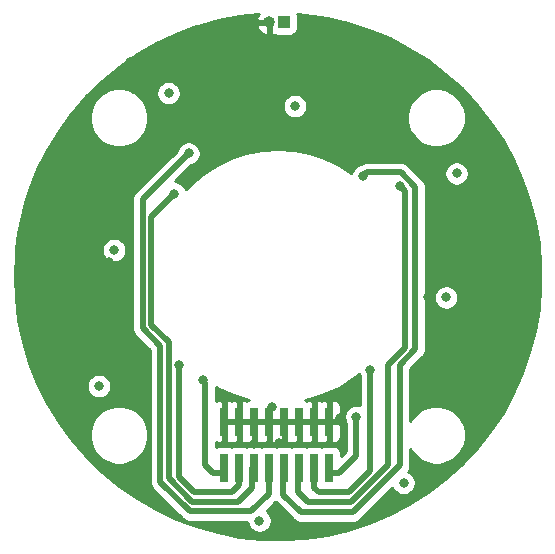
<source format=gbr>
%TF.GenerationSoftware,KiCad,Pcbnew,5.1.7-a382d34a8~87~ubuntu20.04.1*%
%TF.CreationDate,2021-02-25T10:09:00+00:00*%
%TF.ProjectId,UFOPulse,55464f50-756c-4736-952e-6b696361645f,rev?*%
%TF.SameCoordinates,Original*%
%TF.FileFunction,Copper,L4,Bot*%
%TF.FilePolarity,Positive*%
%FSLAX46Y46*%
G04 Gerber Fmt 4.6, Leading zero omitted, Abs format (unit mm)*
G04 Created by KiCad (PCBNEW 5.1.7-a382d34a8~87~ubuntu20.04.1) date 2021-02-25 10:09:00*
%MOMM*%
%LPD*%
G01*
G04 APERTURE LIST*
%TA.AperFunction,ComponentPad*%
%ADD10O,1.000000X1.000000*%
%TD*%
%TA.AperFunction,ComponentPad*%
%ADD11R,1.000000X1.000000*%
%TD*%
%TA.AperFunction,SMDPad,CuDef*%
%ADD12R,0.740000X2.400000*%
%TD*%
%TA.AperFunction,ViaPad*%
%ADD13C,0.800000*%
%TD*%
%TA.AperFunction,Conductor*%
%ADD14C,0.500000*%
%TD*%
%TA.AperFunction,Conductor*%
%ADD15C,0.254000*%
%TD*%
%TA.AperFunction,Conductor*%
%ADD16C,0.100000*%
%TD*%
G04 APERTURE END LIST*
D10*
%TO.P,J10,2*%
%TO.N,GND*%
X139830000Y-83600000D03*
D11*
%TO.P,J10,1*%
%TO.N,VCC*%
X141100000Y-83600000D03*
%TD*%
D12*
%TO.P,J9,16*%
%TO.N,TRIG7*%
X144890000Y-121300000D03*
%TO.P,J9,15*%
%TO.N,GND*%
X144890000Y-117400000D03*
%TO.P,J9,14*%
%TO.N,TRIG6*%
X143620000Y-121300000D03*
%TO.P,J9,13*%
%TO.N,GND*%
X143620000Y-117400000D03*
%TO.P,J9,12*%
%TO.N,TRIG5*%
X142350000Y-121300000D03*
%TO.P,J9,11*%
%TO.N,GND*%
X142350000Y-117400000D03*
%TO.P,J9,10*%
%TO.N,TRIG4*%
X141080000Y-121300000D03*
%TO.P,J9,9*%
%TO.N,GND*%
X141080000Y-117400000D03*
%TO.P,J9,8*%
%TO.N,TRIG3*%
X139810000Y-121300000D03*
%TO.P,J9,7*%
%TO.N,GND*%
X139810000Y-117400000D03*
%TO.P,J9,6*%
%TO.N,TRIG2*%
X138540000Y-121300000D03*
%TO.P,J9,5*%
%TO.N,GND*%
X138540000Y-117400000D03*
%TO.P,J9,4*%
%TO.N,TRIG1*%
X137270000Y-121300000D03*
%TO.P,J9,3*%
%TO.N,GND*%
X137270000Y-117400000D03*
%TO.P,J9,2*%
%TO.N,TRIG0*%
X136000000Y-121300000D03*
%TO.P,J9,1*%
%TO.N,GND*%
X136000000Y-117400000D03*
%TD*%
D13*
%TO.N,GND*%
X126300000Y-103900000D03*
X160500000Y-96300000D03*
X128000000Y-87000000D03*
X118800000Y-104900000D03*
X145800000Y-117100000D03*
X153300000Y-106900000D03*
X123000000Y-118300000D03*
X156100000Y-120600000D03*
X140100000Y-116200000D03*
X138500000Y-119300000D03*
X140650000Y-119250000D03*
X121600000Y-114300000D03*
X123700000Y-115800000D03*
X128400000Y-122200000D03*
X130500000Y-124200000D03*
X141800000Y-126800000D03*
X140500000Y-126700000D03*
X150200000Y-124700000D03*
X153800000Y-122300000D03*
X157800000Y-118500000D03*
X159200000Y-116300000D03*
X160700000Y-113300000D03*
X157500000Y-116500000D03*
X159500000Y-103700000D03*
X159600000Y-105800000D03*
X161600000Y-103800000D03*
X161700000Y-105900000D03*
X157500000Y-92300000D03*
X159900000Y-95200000D03*
X157500000Y-94700000D03*
X148900000Y-85100000D03*
X151900000Y-86600000D03*
X154600000Y-88400000D03*
X130600000Y-85700000D03*
X129700000Y-88000000D03*
X125500000Y-89300000D03*
X122800000Y-92300000D03*
X121100000Y-95300000D03*
X123000000Y-94100000D03*
X130200000Y-94200000D03*
X129400000Y-115300000D03*
X120300000Y-103800000D03*
X120400000Y-106000000D03*
X121900000Y-104800000D03*
%TO.N,TRIG1*%
X132200000Y-112600000D03*
%TO.N,TRIG3*%
X133000000Y-94700000D03*
%TO.N,TRIG5*%
X150900000Y-97500000D03*
%TO.N,TRIG7*%
X147200000Y-117000000D03*
%TO.N,TRIG0*%
X134200000Y-113900000D03*
%TO.N,TRIG2*%
X131800000Y-98100000D03*
%TO.N,TRIG4*%
X147800000Y-96600000D03*
%TO.N,TRIG6*%
X148400000Y-113000000D03*
%TO.N,VCC*%
X125400000Y-114400000D03*
X126700000Y-102900000D03*
X131300000Y-89600000D03*
X142000000Y-90700000D03*
X155700000Y-96400000D03*
X154800000Y-106900000D03*
X151200000Y-122600000D03*
X139001042Y-125801040D03*
%TD*%
D14*
%TO.N,TRIG1*%
X132200000Y-122100000D02*
X132200000Y-112600000D01*
X133500000Y-123400000D02*
X132200000Y-122100000D01*
X136700000Y-123400000D02*
X133500000Y-123400000D01*
X137300000Y-122800000D02*
X136700000Y-123400000D01*
X137300000Y-121500000D02*
X137300000Y-122800000D01*
%TO.N,TRIG3*%
X130600000Y-111000000D02*
X129100000Y-109500000D01*
X129100000Y-109500000D02*
X129100000Y-98600000D01*
X130600000Y-122500000D02*
X130600000Y-111000000D01*
X133100000Y-125000000D02*
X130600000Y-122500000D01*
X138300000Y-125000000D02*
X133100000Y-125000000D01*
X129100000Y-98600000D02*
X133000000Y-94700000D01*
X139800000Y-123500000D02*
X138300000Y-125000000D01*
X139800000Y-121300000D02*
X139800000Y-123500000D01*
%TO.N,TRIG5*%
X151300000Y-111200000D02*
X151300000Y-97900000D01*
X149900000Y-112600000D02*
X151300000Y-111200000D01*
X146764964Y-124200000D02*
X149900000Y-121064964D01*
X143100000Y-124200000D02*
X146764964Y-124200000D01*
X149900000Y-121064964D02*
X149900000Y-112600000D01*
X142300000Y-123400000D02*
X143100000Y-124200000D01*
X151300000Y-97900000D02*
X150900000Y-97500000D01*
X142300000Y-121600000D02*
X142300000Y-123400000D01*
%TO.N,TRIG7*%
X145700000Y-121800000D02*
X147200000Y-120300000D01*
X147200000Y-120300000D02*
X147200000Y-117000000D01*
X144900000Y-121800000D02*
X145700000Y-121800000D01*
%TO.N,TRIG0*%
X134400000Y-114100000D02*
X134200000Y-113900000D01*
X134400000Y-121100000D02*
X134400000Y-114100000D01*
X135100000Y-121800000D02*
X134400000Y-121100000D01*
X136000000Y-121800000D02*
X135100000Y-121800000D01*
%TO.N,TRIG2*%
X131400001Y-98499999D02*
X131800000Y-98100000D01*
X129800000Y-100100000D02*
X131400001Y-98499999D01*
X131300011Y-110700011D02*
X129800000Y-109200000D01*
X131300011Y-122200011D02*
X131300011Y-110700011D01*
X133300000Y-124200000D02*
X131300011Y-122200011D01*
X137200000Y-124200000D02*
X133300000Y-124200000D01*
X138400000Y-123000000D02*
X137200000Y-124200000D01*
X129800000Y-109200000D02*
X129800000Y-100100000D01*
X138400000Y-121300000D02*
X138400000Y-123000000D01*
%TO.N,TRIG4*%
X148100000Y-96300000D02*
X147800000Y-96600000D01*
X150958002Y-96300000D02*
X148100000Y-96300000D01*
X152200000Y-97541998D02*
X150958002Y-96300000D01*
X152200000Y-111289963D02*
X152200000Y-97541998D01*
X150900000Y-112589963D02*
X152200000Y-111289963D01*
X150900000Y-121100000D02*
X150900000Y-112589963D01*
X146900000Y-125100000D02*
X150900000Y-121100000D01*
X142500000Y-125100000D02*
X146900000Y-125100000D01*
X141000000Y-123600000D02*
X142500000Y-125100000D01*
X141000000Y-121500000D02*
X141000000Y-123600000D01*
%TO.N,TRIG6*%
X146575002Y-123400000D02*
X148400000Y-121575002D01*
X144000000Y-123400000D02*
X146575002Y-123400000D01*
X148400000Y-121575002D02*
X148400000Y-113000000D01*
X143600000Y-123000000D02*
X144000000Y-123400000D01*
X143600000Y-121800000D02*
X143600000Y-123000000D01*
X143500000Y-121700000D02*
X143600000Y-121800000D01*
%TD*%
D15*
%TO.N,GND*%
X138815790Y-83090471D02*
X138735874Y-83298124D01*
X138860871Y-83473000D01*
X139703000Y-83473000D01*
X139703000Y-83453000D01*
X139957000Y-83453000D01*
X139957000Y-83473000D01*
X139961928Y-83473000D01*
X139961928Y-83727000D01*
X139957000Y-83727000D01*
X139957000Y-84567954D01*
X140131874Y-84694119D01*
X140186864Y-84677446D01*
X140266820Y-84641930D01*
X140355820Y-84689502D01*
X140475518Y-84725812D01*
X140600000Y-84738072D01*
X141600000Y-84738072D01*
X141724482Y-84725812D01*
X141844180Y-84689502D01*
X141954494Y-84630537D01*
X142051185Y-84551185D01*
X142130537Y-84454494D01*
X142189502Y-84344180D01*
X142225812Y-84224482D01*
X142238072Y-84100000D01*
X142238072Y-83100000D01*
X142225812Y-82975518D01*
X142211146Y-82927169D01*
X142871987Y-82968746D01*
X144716706Y-83241150D01*
X146532161Y-83666961D01*
X148305617Y-84243192D01*
X150024637Y-84965802D01*
X151677161Y-85829720D01*
X153251598Y-86828889D01*
X154736905Y-87956298D01*
X156122665Y-89204042D01*
X157399155Y-90563366D01*
X158557424Y-92024737D01*
X159589345Y-93577904D01*
X160487682Y-95211973D01*
X161246134Y-96915482D01*
X161859379Y-98676482D01*
X162323116Y-100482621D01*
X162634094Y-102321231D01*
X162790130Y-104179414D01*
X162790130Y-106044136D01*
X162634094Y-107902319D01*
X162323116Y-109740929D01*
X161859379Y-111547068D01*
X161246134Y-113308068D01*
X160487682Y-115011577D01*
X159589345Y-116645646D01*
X158557424Y-118198813D01*
X157399155Y-119660184D01*
X156122665Y-121019508D01*
X154736905Y-122267252D01*
X153251598Y-123394661D01*
X151677161Y-124393830D01*
X150024637Y-125257748D01*
X148305617Y-125980358D01*
X146532161Y-126556589D01*
X144716706Y-126982400D01*
X142871987Y-127254804D01*
X141010944Y-127371891D01*
X139146630Y-127332839D01*
X137292123Y-127137923D01*
X135460429Y-126788508D01*
X133664398Y-126287047D01*
X131916627Y-125637057D01*
X130229375Y-124843097D01*
X128614478Y-123910735D01*
X127083262Y-122846513D01*
X125646469Y-121657894D01*
X124314175Y-120353216D01*
X123095727Y-118941630D01*
X122630479Y-118301271D01*
X124616692Y-118301271D01*
X124616692Y-118792337D01*
X124712495Y-119273968D01*
X124900417Y-119727654D01*
X125173239Y-120135960D01*
X125520476Y-120483197D01*
X125928782Y-120756019D01*
X126382468Y-120943941D01*
X126864099Y-121039744D01*
X127355165Y-121039744D01*
X127836796Y-120943941D01*
X128290482Y-120756019D01*
X128698788Y-120483197D01*
X129046025Y-120135960D01*
X129318847Y-119727654D01*
X129506769Y-119273968D01*
X129602572Y-118792337D01*
X129602572Y-118301271D01*
X129506769Y-117819640D01*
X129318847Y-117365954D01*
X129046025Y-116957648D01*
X128698788Y-116610411D01*
X128290482Y-116337589D01*
X127836796Y-116149667D01*
X127355165Y-116053864D01*
X126864099Y-116053864D01*
X126382468Y-116149667D01*
X125928782Y-116337589D01*
X125520476Y-116610411D01*
X125173239Y-116957648D01*
X124900417Y-117365954D01*
X124712495Y-117819640D01*
X124616692Y-118301271D01*
X122630479Y-118301271D01*
X121999670Y-117433037D01*
X121033694Y-115838020D01*
X120269252Y-114298061D01*
X124365000Y-114298061D01*
X124365000Y-114501939D01*
X124404774Y-114701898D01*
X124482795Y-114890256D01*
X124596063Y-115059774D01*
X124740226Y-115203937D01*
X124909744Y-115317205D01*
X125098102Y-115395226D01*
X125298061Y-115435000D01*
X125501939Y-115435000D01*
X125701898Y-115395226D01*
X125890256Y-115317205D01*
X126059774Y-115203937D01*
X126203937Y-115059774D01*
X126317205Y-114890256D01*
X126395226Y-114701898D01*
X126435000Y-114501939D01*
X126435000Y-114298061D01*
X126395226Y-114098102D01*
X126317205Y-113909744D01*
X126203937Y-113740226D01*
X126059774Y-113596063D01*
X125890256Y-113482795D01*
X125701898Y-113404774D01*
X125501939Y-113365000D01*
X125298061Y-113365000D01*
X125098102Y-113404774D01*
X124909744Y-113482795D01*
X124740226Y-113596063D01*
X124596063Y-113740226D01*
X124482795Y-113909744D01*
X124404774Y-114098102D01*
X124365000Y-114298061D01*
X120269252Y-114298061D01*
X120204572Y-114167766D01*
X119518122Y-112433991D01*
X118979158Y-110648855D01*
X118591460Y-108824881D01*
X118357748Y-106974862D01*
X118279662Y-105111775D01*
X118357748Y-103248688D01*
X118414675Y-102798061D01*
X125665000Y-102798061D01*
X125665000Y-103001939D01*
X125704774Y-103201898D01*
X125782795Y-103390256D01*
X125896063Y-103559774D01*
X126040226Y-103703937D01*
X126209744Y-103817205D01*
X126398102Y-103895226D01*
X126598061Y-103935000D01*
X126801939Y-103935000D01*
X127001898Y-103895226D01*
X127190256Y-103817205D01*
X127359774Y-103703937D01*
X127503937Y-103559774D01*
X127617205Y-103390256D01*
X127695226Y-103201898D01*
X127735000Y-103001939D01*
X127735000Y-102798061D01*
X127695226Y-102598102D01*
X127617205Y-102409744D01*
X127503937Y-102240226D01*
X127359774Y-102096063D01*
X127190256Y-101982795D01*
X127001898Y-101904774D01*
X126801939Y-101865000D01*
X126598061Y-101865000D01*
X126398102Y-101904774D01*
X126209744Y-101982795D01*
X126040226Y-102096063D01*
X125896063Y-102240226D01*
X125782795Y-102409744D01*
X125704774Y-102598102D01*
X125665000Y-102798061D01*
X118414675Y-102798061D01*
X118591460Y-101398669D01*
X118979158Y-99574695D01*
X119273435Y-98600000D01*
X128210719Y-98600000D01*
X128215001Y-98643479D01*
X128215000Y-109456531D01*
X128210719Y-109500000D01*
X128215000Y-109543469D01*
X128215000Y-109543476D01*
X128226212Y-109657314D01*
X128227805Y-109673490D01*
X128234045Y-109694059D01*
X128278411Y-109840312D01*
X128360589Y-109994058D01*
X128471183Y-110128817D01*
X128504956Y-110156534D01*
X129715001Y-111366580D01*
X129715000Y-122456531D01*
X129710719Y-122500000D01*
X129715000Y-122543469D01*
X129715000Y-122543476D01*
X129722978Y-122624482D01*
X129727805Y-122673490D01*
X129734048Y-122694069D01*
X129778411Y-122840312D01*
X129860589Y-122994058D01*
X129971183Y-123128817D01*
X130004956Y-123156534D01*
X132443470Y-125595049D01*
X132471183Y-125628817D01*
X132504951Y-125656530D01*
X132504953Y-125656532D01*
X132593032Y-125728817D01*
X132605941Y-125739411D01*
X132759687Y-125821589D01*
X132926510Y-125872195D01*
X133056523Y-125885000D01*
X133056531Y-125885000D01*
X133100000Y-125889281D01*
X133143469Y-125885000D01*
X137966042Y-125885000D01*
X137966042Y-125902979D01*
X138005816Y-126102938D01*
X138083837Y-126291296D01*
X138197105Y-126460814D01*
X138341268Y-126604977D01*
X138510786Y-126718245D01*
X138699144Y-126796266D01*
X138899103Y-126836040D01*
X139102981Y-126836040D01*
X139302940Y-126796266D01*
X139491298Y-126718245D01*
X139660816Y-126604977D01*
X139804979Y-126460814D01*
X139918247Y-126291296D01*
X139996268Y-126102938D01*
X140036042Y-125902979D01*
X140036042Y-125699101D01*
X139996268Y-125499142D01*
X139918247Y-125310784D01*
X139804979Y-125141266D01*
X139660816Y-124997103D01*
X139597069Y-124954509D01*
X140349357Y-124202221D01*
X140371184Y-124228817D01*
X140404951Y-124256529D01*
X141843470Y-125695049D01*
X141871183Y-125728817D01*
X141904951Y-125756530D01*
X141904953Y-125756532D01*
X141976452Y-125815210D01*
X142005941Y-125839411D01*
X142159687Y-125921589D01*
X142326510Y-125972195D01*
X142456523Y-125985000D01*
X142456533Y-125985000D01*
X142499999Y-125989281D01*
X142543465Y-125985000D01*
X146856531Y-125985000D01*
X146900000Y-125989281D01*
X146943469Y-125985000D01*
X146943477Y-125985000D01*
X147073490Y-125972195D01*
X147240313Y-125921589D01*
X147394059Y-125839411D01*
X147528817Y-125728817D01*
X147556534Y-125695044D01*
X150247216Y-123004362D01*
X150282795Y-123090256D01*
X150396063Y-123259774D01*
X150540226Y-123403937D01*
X150709744Y-123517205D01*
X150898102Y-123595226D01*
X151098061Y-123635000D01*
X151301939Y-123635000D01*
X151501898Y-123595226D01*
X151690256Y-123517205D01*
X151859774Y-123403937D01*
X152003937Y-123259774D01*
X152117205Y-123090256D01*
X152195226Y-122901898D01*
X152235000Y-122701939D01*
X152235000Y-122498061D01*
X152195226Y-122298102D01*
X152117205Y-122109744D01*
X152003937Y-121940226D01*
X151859774Y-121796063D01*
X151690256Y-121682795D01*
X151597961Y-121644565D01*
X151639410Y-121594060D01*
X151639411Y-121594059D01*
X151721589Y-121440313D01*
X151772195Y-121273490D01*
X151785000Y-121143477D01*
X151785000Y-121143467D01*
X151789281Y-121100001D01*
X151785000Y-121056535D01*
X151785000Y-119749386D01*
X152043300Y-120135959D01*
X152390535Y-120483194D01*
X152798842Y-120756016D01*
X153252527Y-120943939D01*
X153734157Y-121039741D01*
X154225223Y-121039741D01*
X154706853Y-120943939D01*
X155160538Y-120756016D01*
X155568845Y-120483194D01*
X155916080Y-120135959D01*
X156188902Y-119727652D01*
X156376825Y-119273967D01*
X156472627Y-118792337D01*
X156472627Y-118301271D01*
X156376825Y-117819641D01*
X156188902Y-117365956D01*
X155916080Y-116957649D01*
X155568845Y-116610414D01*
X155160538Y-116337592D01*
X154706853Y-116149669D01*
X154225223Y-116053867D01*
X153734157Y-116053867D01*
X153252527Y-116149669D01*
X152798842Y-116337592D01*
X152390535Y-116610414D01*
X152043300Y-116957649D01*
X151785000Y-117344222D01*
X151785000Y-112956541D01*
X152795050Y-111946492D01*
X152828817Y-111918780D01*
X152867050Y-111872194D01*
X152939411Y-111784022D01*
X153021589Y-111630277D01*
X153072195Y-111463453D01*
X153081055Y-111373490D01*
X153085000Y-111333440D01*
X153085000Y-111333432D01*
X153089281Y-111289963D01*
X153085000Y-111246494D01*
X153085000Y-106798061D01*
X153765000Y-106798061D01*
X153765000Y-107001939D01*
X153804774Y-107201898D01*
X153882795Y-107390256D01*
X153996063Y-107559774D01*
X154140226Y-107703937D01*
X154309744Y-107817205D01*
X154498102Y-107895226D01*
X154698061Y-107935000D01*
X154901939Y-107935000D01*
X155101898Y-107895226D01*
X155290256Y-107817205D01*
X155459774Y-107703937D01*
X155603937Y-107559774D01*
X155717205Y-107390256D01*
X155795226Y-107201898D01*
X155835000Y-107001939D01*
X155835000Y-106798061D01*
X155795226Y-106598102D01*
X155717205Y-106409744D01*
X155603937Y-106240226D01*
X155459774Y-106096063D01*
X155290256Y-105982795D01*
X155101898Y-105904774D01*
X154901939Y-105865000D01*
X154698061Y-105865000D01*
X154498102Y-105904774D01*
X154309744Y-105982795D01*
X154140226Y-106096063D01*
X153996063Y-106240226D01*
X153882795Y-106409744D01*
X153804774Y-106598102D01*
X153765000Y-106798061D01*
X153085000Y-106798061D01*
X153085000Y-97585463D01*
X153089281Y-97541997D01*
X153085000Y-97498531D01*
X153085000Y-97498521D01*
X153072195Y-97368508D01*
X153021589Y-97201685D01*
X152939411Y-97047939D01*
X152828817Y-96913181D01*
X152795049Y-96885468D01*
X152207642Y-96298061D01*
X154665000Y-96298061D01*
X154665000Y-96501939D01*
X154704774Y-96701898D01*
X154782795Y-96890256D01*
X154896063Y-97059774D01*
X155040226Y-97203937D01*
X155209744Y-97317205D01*
X155398102Y-97395226D01*
X155598061Y-97435000D01*
X155801939Y-97435000D01*
X156001898Y-97395226D01*
X156190256Y-97317205D01*
X156359774Y-97203937D01*
X156503937Y-97059774D01*
X156617205Y-96890256D01*
X156695226Y-96701898D01*
X156735000Y-96501939D01*
X156735000Y-96298061D01*
X156695226Y-96098102D01*
X156617205Y-95909744D01*
X156503937Y-95740226D01*
X156359774Y-95596063D01*
X156190256Y-95482795D01*
X156001898Y-95404774D01*
X155801939Y-95365000D01*
X155598061Y-95365000D01*
X155398102Y-95404774D01*
X155209744Y-95482795D01*
X155040226Y-95596063D01*
X154896063Y-95740226D01*
X154782795Y-95909744D01*
X154704774Y-96098102D01*
X154665000Y-96298061D01*
X152207642Y-96298061D01*
X151614536Y-95704956D01*
X151586819Y-95671183D01*
X151452061Y-95560589D01*
X151298315Y-95478411D01*
X151131492Y-95427805D01*
X151001479Y-95415000D01*
X151001471Y-95415000D01*
X150958002Y-95410719D01*
X150914533Y-95415000D01*
X148143466Y-95415000D01*
X148099999Y-95410719D01*
X148056533Y-95415000D01*
X148056523Y-95415000D01*
X147926510Y-95427805D01*
X147759687Y-95478411D01*
X147605941Y-95560589D01*
X147569377Y-95590597D01*
X147498102Y-95604774D01*
X147309744Y-95682795D01*
X147140226Y-95796063D01*
X146996063Y-95940226D01*
X146882795Y-96109744D01*
X146804774Y-96298102D01*
X146791765Y-96363503D01*
X145725921Y-95687098D01*
X144503840Y-95112030D01*
X143219320Y-94694664D01*
X141892620Y-94441582D01*
X140544661Y-94356776D01*
X139196702Y-94441582D01*
X137870002Y-94694664D01*
X136585482Y-95112030D01*
X135363401Y-95687098D01*
X134223031Y-96410798D01*
X133182358Y-97271718D01*
X132762421Y-97718905D01*
X132717205Y-97609744D01*
X132603937Y-97440226D01*
X132459774Y-97296063D01*
X132290256Y-97182795D01*
X132101898Y-97104774D01*
X131901939Y-97065000D01*
X131886579Y-97065000D01*
X133245044Y-95706535D01*
X133301898Y-95695226D01*
X133490256Y-95617205D01*
X133659774Y-95503937D01*
X133803937Y-95359774D01*
X133917205Y-95190256D01*
X133995226Y-95001898D01*
X134035000Y-94801939D01*
X134035000Y-94598061D01*
X133995226Y-94398102D01*
X133917205Y-94209744D01*
X133803937Y-94040226D01*
X133659774Y-93896063D01*
X133490256Y-93782795D01*
X133301898Y-93704774D01*
X133101939Y-93665000D01*
X132898061Y-93665000D01*
X132698102Y-93704774D01*
X132509744Y-93782795D01*
X132340226Y-93896063D01*
X132196063Y-94040226D01*
X132082795Y-94209744D01*
X132004774Y-94398102D01*
X131993465Y-94454956D01*
X128504951Y-97943470D01*
X128471184Y-97971183D01*
X128443471Y-98004951D01*
X128443468Y-98004954D01*
X128360590Y-98105941D01*
X128278412Y-98259687D01*
X128227805Y-98426510D01*
X128210719Y-98600000D01*
X119273435Y-98600000D01*
X119518122Y-97789559D01*
X120204572Y-96055784D01*
X121033694Y-94385530D01*
X121999670Y-92790513D01*
X122987259Y-91431213D01*
X124616695Y-91431213D01*
X124616695Y-91922279D01*
X124712497Y-92403909D01*
X124900420Y-92857594D01*
X125173242Y-93265901D01*
X125520477Y-93613136D01*
X125928784Y-93885958D01*
X126382469Y-94073881D01*
X126864099Y-94169683D01*
X127355165Y-94169683D01*
X127836795Y-94073881D01*
X128290480Y-93885958D01*
X128698787Y-93613136D01*
X129046022Y-93265901D01*
X129318844Y-92857594D01*
X129506767Y-92403909D01*
X129602569Y-91922279D01*
X129602569Y-91431213D01*
X129506767Y-90949583D01*
X129318844Y-90495898D01*
X129046022Y-90087591D01*
X128698787Y-89740356D01*
X128336167Y-89498061D01*
X130265000Y-89498061D01*
X130265000Y-89701939D01*
X130304774Y-89901898D01*
X130382795Y-90090256D01*
X130496063Y-90259774D01*
X130640226Y-90403937D01*
X130809744Y-90517205D01*
X130998102Y-90595226D01*
X131198061Y-90635000D01*
X131401939Y-90635000D01*
X131587645Y-90598061D01*
X140965000Y-90598061D01*
X140965000Y-90801939D01*
X141004774Y-91001898D01*
X141082795Y-91190256D01*
X141196063Y-91359774D01*
X141340226Y-91503937D01*
X141509744Y-91617205D01*
X141698102Y-91695226D01*
X141898061Y-91735000D01*
X142101939Y-91735000D01*
X142301898Y-91695226D01*
X142490256Y-91617205D01*
X142659774Y-91503937D01*
X142732498Y-91431213D01*
X151486752Y-91431213D01*
X151486752Y-91922279D01*
X151582554Y-92403909D01*
X151770477Y-92857595D01*
X152043299Y-93265901D01*
X152390535Y-93613137D01*
X152798841Y-93885959D01*
X153252527Y-94073882D01*
X153734157Y-94169684D01*
X154225223Y-94169684D01*
X154706853Y-94073882D01*
X155160539Y-93885959D01*
X155568845Y-93613137D01*
X155916081Y-93265901D01*
X156188903Y-92857595D01*
X156376826Y-92403909D01*
X156472628Y-91922279D01*
X156472628Y-91431213D01*
X156376826Y-90949583D01*
X156188903Y-90495897D01*
X155916081Y-90087591D01*
X155568845Y-89740355D01*
X155160539Y-89467533D01*
X154706853Y-89279610D01*
X154225223Y-89183808D01*
X153734157Y-89183808D01*
X153252527Y-89279610D01*
X152798841Y-89467533D01*
X152390535Y-89740355D01*
X152043299Y-90087591D01*
X151770477Y-90495897D01*
X151582554Y-90949583D01*
X151486752Y-91431213D01*
X142732498Y-91431213D01*
X142803937Y-91359774D01*
X142917205Y-91190256D01*
X142995226Y-91001898D01*
X143035000Y-90801939D01*
X143035000Y-90598061D01*
X142995226Y-90398102D01*
X142917205Y-90209744D01*
X142803937Y-90040226D01*
X142659774Y-89896063D01*
X142490256Y-89782795D01*
X142301898Y-89704774D01*
X142101939Y-89665000D01*
X141898061Y-89665000D01*
X141698102Y-89704774D01*
X141509744Y-89782795D01*
X141340226Y-89896063D01*
X141196063Y-90040226D01*
X141082795Y-90209744D01*
X141004774Y-90398102D01*
X140965000Y-90598061D01*
X131587645Y-90598061D01*
X131601898Y-90595226D01*
X131790256Y-90517205D01*
X131959774Y-90403937D01*
X132103937Y-90259774D01*
X132217205Y-90090256D01*
X132295226Y-89901898D01*
X132335000Y-89701939D01*
X132335000Y-89498061D01*
X132295226Y-89298102D01*
X132217205Y-89109744D01*
X132103937Y-88940226D01*
X131959774Y-88796063D01*
X131790256Y-88682795D01*
X131601898Y-88604774D01*
X131401939Y-88565000D01*
X131198061Y-88565000D01*
X130998102Y-88604774D01*
X130809744Y-88682795D01*
X130640226Y-88796063D01*
X130496063Y-88940226D01*
X130382795Y-89109744D01*
X130304774Y-89298102D01*
X130265000Y-89498061D01*
X128336167Y-89498061D01*
X128290480Y-89467534D01*
X127836795Y-89279611D01*
X127355165Y-89183809D01*
X126864099Y-89183809D01*
X126382469Y-89279611D01*
X125928784Y-89467534D01*
X125520477Y-89740356D01*
X125173242Y-90087591D01*
X124900420Y-90495898D01*
X124712497Y-90949583D01*
X124616695Y-91431213D01*
X122987259Y-91431213D01*
X123095727Y-91281920D01*
X124314175Y-89870334D01*
X125646469Y-88565656D01*
X127083262Y-87377037D01*
X128614478Y-86312815D01*
X130229375Y-85380453D01*
X131916627Y-84586493D01*
X133664398Y-83936503D01*
X133788417Y-83901876D01*
X138735874Y-83901876D01*
X138815790Y-84109529D01*
X138934682Y-84297601D01*
X139087980Y-84458865D01*
X139269794Y-84587123D01*
X139473136Y-84677446D01*
X139528126Y-84694119D01*
X139703000Y-84567954D01*
X139703000Y-83727000D01*
X138860871Y-83727000D01*
X138735874Y-83901876D01*
X133788417Y-83901876D01*
X135460429Y-83435042D01*
X137292123Y-83085627D01*
X138927512Y-82913741D01*
X138815790Y-83090471D01*
%TA.AperFunction,Conductor*%
D16*
G36*
X138815790Y-83090471D02*
G01*
X138735874Y-83298124D01*
X138860871Y-83473000D01*
X139703000Y-83473000D01*
X139703000Y-83453000D01*
X139957000Y-83453000D01*
X139957000Y-83473000D01*
X139961928Y-83473000D01*
X139961928Y-83727000D01*
X139957000Y-83727000D01*
X139957000Y-84567954D01*
X140131874Y-84694119D01*
X140186864Y-84677446D01*
X140266820Y-84641930D01*
X140355820Y-84689502D01*
X140475518Y-84725812D01*
X140600000Y-84738072D01*
X141600000Y-84738072D01*
X141724482Y-84725812D01*
X141844180Y-84689502D01*
X141954494Y-84630537D01*
X142051185Y-84551185D01*
X142130537Y-84454494D01*
X142189502Y-84344180D01*
X142225812Y-84224482D01*
X142238072Y-84100000D01*
X142238072Y-83100000D01*
X142225812Y-82975518D01*
X142211146Y-82927169D01*
X142871987Y-82968746D01*
X144716706Y-83241150D01*
X146532161Y-83666961D01*
X148305617Y-84243192D01*
X150024637Y-84965802D01*
X151677161Y-85829720D01*
X153251598Y-86828889D01*
X154736905Y-87956298D01*
X156122665Y-89204042D01*
X157399155Y-90563366D01*
X158557424Y-92024737D01*
X159589345Y-93577904D01*
X160487682Y-95211973D01*
X161246134Y-96915482D01*
X161859379Y-98676482D01*
X162323116Y-100482621D01*
X162634094Y-102321231D01*
X162790130Y-104179414D01*
X162790130Y-106044136D01*
X162634094Y-107902319D01*
X162323116Y-109740929D01*
X161859379Y-111547068D01*
X161246134Y-113308068D01*
X160487682Y-115011577D01*
X159589345Y-116645646D01*
X158557424Y-118198813D01*
X157399155Y-119660184D01*
X156122665Y-121019508D01*
X154736905Y-122267252D01*
X153251598Y-123394661D01*
X151677161Y-124393830D01*
X150024637Y-125257748D01*
X148305617Y-125980358D01*
X146532161Y-126556589D01*
X144716706Y-126982400D01*
X142871987Y-127254804D01*
X141010944Y-127371891D01*
X139146630Y-127332839D01*
X137292123Y-127137923D01*
X135460429Y-126788508D01*
X133664398Y-126287047D01*
X131916627Y-125637057D01*
X130229375Y-124843097D01*
X128614478Y-123910735D01*
X127083262Y-122846513D01*
X125646469Y-121657894D01*
X124314175Y-120353216D01*
X123095727Y-118941630D01*
X122630479Y-118301271D01*
X124616692Y-118301271D01*
X124616692Y-118792337D01*
X124712495Y-119273968D01*
X124900417Y-119727654D01*
X125173239Y-120135960D01*
X125520476Y-120483197D01*
X125928782Y-120756019D01*
X126382468Y-120943941D01*
X126864099Y-121039744D01*
X127355165Y-121039744D01*
X127836796Y-120943941D01*
X128290482Y-120756019D01*
X128698788Y-120483197D01*
X129046025Y-120135960D01*
X129318847Y-119727654D01*
X129506769Y-119273968D01*
X129602572Y-118792337D01*
X129602572Y-118301271D01*
X129506769Y-117819640D01*
X129318847Y-117365954D01*
X129046025Y-116957648D01*
X128698788Y-116610411D01*
X128290482Y-116337589D01*
X127836796Y-116149667D01*
X127355165Y-116053864D01*
X126864099Y-116053864D01*
X126382468Y-116149667D01*
X125928782Y-116337589D01*
X125520476Y-116610411D01*
X125173239Y-116957648D01*
X124900417Y-117365954D01*
X124712495Y-117819640D01*
X124616692Y-118301271D01*
X122630479Y-118301271D01*
X121999670Y-117433037D01*
X121033694Y-115838020D01*
X120269252Y-114298061D01*
X124365000Y-114298061D01*
X124365000Y-114501939D01*
X124404774Y-114701898D01*
X124482795Y-114890256D01*
X124596063Y-115059774D01*
X124740226Y-115203937D01*
X124909744Y-115317205D01*
X125098102Y-115395226D01*
X125298061Y-115435000D01*
X125501939Y-115435000D01*
X125701898Y-115395226D01*
X125890256Y-115317205D01*
X126059774Y-115203937D01*
X126203937Y-115059774D01*
X126317205Y-114890256D01*
X126395226Y-114701898D01*
X126435000Y-114501939D01*
X126435000Y-114298061D01*
X126395226Y-114098102D01*
X126317205Y-113909744D01*
X126203937Y-113740226D01*
X126059774Y-113596063D01*
X125890256Y-113482795D01*
X125701898Y-113404774D01*
X125501939Y-113365000D01*
X125298061Y-113365000D01*
X125098102Y-113404774D01*
X124909744Y-113482795D01*
X124740226Y-113596063D01*
X124596063Y-113740226D01*
X124482795Y-113909744D01*
X124404774Y-114098102D01*
X124365000Y-114298061D01*
X120269252Y-114298061D01*
X120204572Y-114167766D01*
X119518122Y-112433991D01*
X118979158Y-110648855D01*
X118591460Y-108824881D01*
X118357748Y-106974862D01*
X118279662Y-105111775D01*
X118357748Y-103248688D01*
X118414675Y-102798061D01*
X125665000Y-102798061D01*
X125665000Y-103001939D01*
X125704774Y-103201898D01*
X125782795Y-103390256D01*
X125896063Y-103559774D01*
X126040226Y-103703937D01*
X126209744Y-103817205D01*
X126398102Y-103895226D01*
X126598061Y-103935000D01*
X126801939Y-103935000D01*
X127001898Y-103895226D01*
X127190256Y-103817205D01*
X127359774Y-103703937D01*
X127503937Y-103559774D01*
X127617205Y-103390256D01*
X127695226Y-103201898D01*
X127735000Y-103001939D01*
X127735000Y-102798061D01*
X127695226Y-102598102D01*
X127617205Y-102409744D01*
X127503937Y-102240226D01*
X127359774Y-102096063D01*
X127190256Y-101982795D01*
X127001898Y-101904774D01*
X126801939Y-101865000D01*
X126598061Y-101865000D01*
X126398102Y-101904774D01*
X126209744Y-101982795D01*
X126040226Y-102096063D01*
X125896063Y-102240226D01*
X125782795Y-102409744D01*
X125704774Y-102598102D01*
X125665000Y-102798061D01*
X118414675Y-102798061D01*
X118591460Y-101398669D01*
X118979158Y-99574695D01*
X119273435Y-98600000D01*
X128210719Y-98600000D01*
X128215001Y-98643479D01*
X128215000Y-109456531D01*
X128210719Y-109500000D01*
X128215000Y-109543469D01*
X128215000Y-109543476D01*
X128226212Y-109657314D01*
X128227805Y-109673490D01*
X128234045Y-109694059D01*
X128278411Y-109840312D01*
X128360589Y-109994058D01*
X128471183Y-110128817D01*
X128504956Y-110156534D01*
X129715001Y-111366580D01*
X129715000Y-122456531D01*
X129710719Y-122500000D01*
X129715000Y-122543469D01*
X129715000Y-122543476D01*
X129722978Y-122624482D01*
X129727805Y-122673490D01*
X129734048Y-122694069D01*
X129778411Y-122840312D01*
X129860589Y-122994058D01*
X129971183Y-123128817D01*
X130004956Y-123156534D01*
X132443470Y-125595049D01*
X132471183Y-125628817D01*
X132504951Y-125656530D01*
X132504953Y-125656532D01*
X132593032Y-125728817D01*
X132605941Y-125739411D01*
X132759687Y-125821589D01*
X132926510Y-125872195D01*
X133056523Y-125885000D01*
X133056531Y-125885000D01*
X133100000Y-125889281D01*
X133143469Y-125885000D01*
X137966042Y-125885000D01*
X137966042Y-125902979D01*
X138005816Y-126102938D01*
X138083837Y-126291296D01*
X138197105Y-126460814D01*
X138341268Y-126604977D01*
X138510786Y-126718245D01*
X138699144Y-126796266D01*
X138899103Y-126836040D01*
X139102981Y-126836040D01*
X139302940Y-126796266D01*
X139491298Y-126718245D01*
X139660816Y-126604977D01*
X139804979Y-126460814D01*
X139918247Y-126291296D01*
X139996268Y-126102938D01*
X140036042Y-125902979D01*
X140036042Y-125699101D01*
X139996268Y-125499142D01*
X139918247Y-125310784D01*
X139804979Y-125141266D01*
X139660816Y-124997103D01*
X139597069Y-124954509D01*
X140349357Y-124202221D01*
X140371184Y-124228817D01*
X140404951Y-124256529D01*
X141843470Y-125695049D01*
X141871183Y-125728817D01*
X141904951Y-125756530D01*
X141904953Y-125756532D01*
X141976452Y-125815210D01*
X142005941Y-125839411D01*
X142159687Y-125921589D01*
X142326510Y-125972195D01*
X142456523Y-125985000D01*
X142456533Y-125985000D01*
X142499999Y-125989281D01*
X142543465Y-125985000D01*
X146856531Y-125985000D01*
X146900000Y-125989281D01*
X146943469Y-125985000D01*
X146943477Y-125985000D01*
X147073490Y-125972195D01*
X147240313Y-125921589D01*
X147394059Y-125839411D01*
X147528817Y-125728817D01*
X147556534Y-125695044D01*
X150247216Y-123004362D01*
X150282795Y-123090256D01*
X150396063Y-123259774D01*
X150540226Y-123403937D01*
X150709744Y-123517205D01*
X150898102Y-123595226D01*
X151098061Y-123635000D01*
X151301939Y-123635000D01*
X151501898Y-123595226D01*
X151690256Y-123517205D01*
X151859774Y-123403937D01*
X152003937Y-123259774D01*
X152117205Y-123090256D01*
X152195226Y-122901898D01*
X152235000Y-122701939D01*
X152235000Y-122498061D01*
X152195226Y-122298102D01*
X152117205Y-122109744D01*
X152003937Y-121940226D01*
X151859774Y-121796063D01*
X151690256Y-121682795D01*
X151597961Y-121644565D01*
X151639410Y-121594060D01*
X151639411Y-121594059D01*
X151721589Y-121440313D01*
X151772195Y-121273490D01*
X151785000Y-121143477D01*
X151785000Y-121143467D01*
X151789281Y-121100001D01*
X151785000Y-121056535D01*
X151785000Y-119749386D01*
X152043300Y-120135959D01*
X152390535Y-120483194D01*
X152798842Y-120756016D01*
X153252527Y-120943939D01*
X153734157Y-121039741D01*
X154225223Y-121039741D01*
X154706853Y-120943939D01*
X155160538Y-120756016D01*
X155568845Y-120483194D01*
X155916080Y-120135959D01*
X156188902Y-119727652D01*
X156376825Y-119273967D01*
X156472627Y-118792337D01*
X156472627Y-118301271D01*
X156376825Y-117819641D01*
X156188902Y-117365956D01*
X155916080Y-116957649D01*
X155568845Y-116610414D01*
X155160538Y-116337592D01*
X154706853Y-116149669D01*
X154225223Y-116053867D01*
X153734157Y-116053867D01*
X153252527Y-116149669D01*
X152798842Y-116337592D01*
X152390535Y-116610414D01*
X152043300Y-116957649D01*
X151785000Y-117344222D01*
X151785000Y-112956541D01*
X152795050Y-111946492D01*
X152828817Y-111918780D01*
X152867050Y-111872194D01*
X152939411Y-111784022D01*
X153021589Y-111630277D01*
X153072195Y-111463453D01*
X153081055Y-111373490D01*
X153085000Y-111333440D01*
X153085000Y-111333432D01*
X153089281Y-111289963D01*
X153085000Y-111246494D01*
X153085000Y-106798061D01*
X153765000Y-106798061D01*
X153765000Y-107001939D01*
X153804774Y-107201898D01*
X153882795Y-107390256D01*
X153996063Y-107559774D01*
X154140226Y-107703937D01*
X154309744Y-107817205D01*
X154498102Y-107895226D01*
X154698061Y-107935000D01*
X154901939Y-107935000D01*
X155101898Y-107895226D01*
X155290256Y-107817205D01*
X155459774Y-107703937D01*
X155603937Y-107559774D01*
X155717205Y-107390256D01*
X155795226Y-107201898D01*
X155835000Y-107001939D01*
X155835000Y-106798061D01*
X155795226Y-106598102D01*
X155717205Y-106409744D01*
X155603937Y-106240226D01*
X155459774Y-106096063D01*
X155290256Y-105982795D01*
X155101898Y-105904774D01*
X154901939Y-105865000D01*
X154698061Y-105865000D01*
X154498102Y-105904774D01*
X154309744Y-105982795D01*
X154140226Y-106096063D01*
X153996063Y-106240226D01*
X153882795Y-106409744D01*
X153804774Y-106598102D01*
X153765000Y-106798061D01*
X153085000Y-106798061D01*
X153085000Y-97585463D01*
X153089281Y-97541997D01*
X153085000Y-97498531D01*
X153085000Y-97498521D01*
X153072195Y-97368508D01*
X153021589Y-97201685D01*
X152939411Y-97047939D01*
X152828817Y-96913181D01*
X152795049Y-96885468D01*
X152207642Y-96298061D01*
X154665000Y-96298061D01*
X154665000Y-96501939D01*
X154704774Y-96701898D01*
X154782795Y-96890256D01*
X154896063Y-97059774D01*
X155040226Y-97203937D01*
X155209744Y-97317205D01*
X155398102Y-97395226D01*
X155598061Y-97435000D01*
X155801939Y-97435000D01*
X156001898Y-97395226D01*
X156190256Y-97317205D01*
X156359774Y-97203937D01*
X156503937Y-97059774D01*
X156617205Y-96890256D01*
X156695226Y-96701898D01*
X156735000Y-96501939D01*
X156735000Y-96298061D01*
X156695226Y-96098102D01*
X156617205Y-95909744D01*
X156503937Y-95740226D01*
X156359774Y-95596063D01*
X156190256Y-95482795D01*
X156001898Y-95404774D01*
X155801939Y-95365000D01*
X155598061Y-95365000D01*
X155398102Y-95404774D01*
X155209744Y-95482795D01*
X155040226Y-95596063D01*
X154896063Y-95740226D01*
X154782795Y-95909744D01*
X154704774Y-96098102D01*
X154665000Y-96298061D01*
X152207642Y-96298061D01*
X151614536Y-95704956D01*
X151586819Y-95671183D01*
X151452061Y-95560589D01*
X151298315Y-95478411D01*
X151131492Y-95427805D01*
X151001479Y-95415000D01*
X151001471Y-95415000D01*
X150958002Y-95410719D01*
X150914533Y-95415000D01*
X148143466Y-95415000D01*
X148099999Y-95410719D01*
X148056533Y-95415000D01*
X148056523Y-95415000D01*
X147926510Y-95427805D01*
X147759687Y-95478411D01*
X147605941Y-95560589D01*
X147569377Y-95590597D01*
X147498102Y-95604774D01*
X147309744Y-95682795D01*
X147140226Y-95796063D01*
X146996063Y-95940226D01*
X146882795Y-96109744D01*
X146804774Y-96298102D01*
X146791765Y-96363503D01*
X145725921Y-95687098D01*
X144503840Y-95112030D01*
X143219320Y-94694664D01*
X141892620Y-94441582D01*
X140544661Y-94356776D01*
X139196702Y-94441582D01*
X137870002Y-94694664D01*
X136585482Y-95112030D01*
X135363401Y-95687098D01*
X134223031Y-96410798D01*
X133182358Y-97271718D01*
X132762421Y-97718905D01*
X132717205Y-97609744D01*
X132603937Y-97440226D01*
X132459774Y-97296063D01*
X132290256Y-97182795D01*
X132101898Y-97104774D01*
X131901939Y-97065000D01*
X131886579Y-97065000D01*
X133245044Y-95706535D01*
X133301898Y-95695226D01*
X133490256Y-95617205D01*
X133659774Y-95503937D01*
X133803937Y-95359774D01*
X133917205Y-95190256D01*
X133995226Y-95001898D01*
X134035000Y-94801939D01*
X134035000Y-94598061D01*
X133995226Y-94398102D01*
X133917205Y-94209744D01*
X133803937Y-94040226D01*
X133659774Y-93896063D01*
X133490256Y-93782795D01*
X133301898Y-93704774D01*
X133101939Y-93665000D01*
X132898061Y-93665000D01*
X132698102Y-93704774D01*
X132509744Y-93782795D01*
X132340226Y-93896063D01*
X132196063Y-94040226D01*
X132082795Y-94209744D01*
X132004774Y-94398102D01*
X131993465Y-94454956D01*
X128504951Y-97943470D01*
X128471184Y-97971183D01*
X128443471Y-98004951D01*
X128443468Y-98004954D01*
X128360590Y-98105941D01*
X128278412Y-98259687D01*
X128227805Y-98426510D01*
X128210719Y-98600000D01*
X119273435Y-98600000D01*
X119518122Y-97789559D01*
X120204572Y-96055784D01*
X121033694Y-94385530D01*
X121999670Y-92790513D01*
X122987259Y-91431213D01*
X124616695Y-91431213D01*
X124616695Y-91922279D01*
X124712497Y-92403909D01*
X124900420Y-92857594D01*
X125173242Y-93265901D01*
X125520477Y-93613136D01*
X125928784Y-93885958D01*
X126382469Y-94073881D01*
X126864099Y-94169683D01*
X127355165Y-94169683D01*
X127836795Y-94073881D01*
X128290480Y-93885958D01*
X128698787Y-93613136D01*
X129046022Y-93265901D01*
X129318844Y-92857594D01*
X129506767Y-92403909D01*
X129602569Y-91922279D01*
X129602569Y-91431213D01*
X129506767Y-90949583D01*
X129318844Y-90495898D01*
X129046022Y-90087591D01*
X128698787Y-89740356D01*
X128336167Y-89498061D01*
X130265000Y-89498061D01*
X130265000Y-89701939D01*
X130304774Y-89901898D01*
X130382795Y-90090256D01*
X130496063Y-90259774D01*
X130640226Y-90403937D01*
X130809744Y-90517205D01*
X130998102Y-90595226D01*
X131198061Y-90635000D01*
X131401939Y-90635000D01*
X131587645Y-90598061D01*
X140965000Y-90598061D01*
X140965000Y-90801939D01*
X141004774Y-91001898D01*
X141082795Y-91190256D01*
X141196063Y-91359774D01*
X141340226Y-91503937D01*
X141509744Y-91617205D01*
X141698102Y-91695226D01*
X141898061Y-91735000D01*
X142101939Y-91735000D01*
X142301898Y-91695226D01*
X142490256Y-91617205D01*
X142659774Y-91503937D01*
X142732498Y-91431213D01*
X151486752Y-91431213D01*
X151486752Y-91922279D01*
X151582554Y-92403909D01*
X151770477Y-92857595D01*
X152043299Y-93265901D01*
X152390535Y-93613137D01*
X152798841Y-93885959D01*
X153252527Y-94073882D01*
X153734157Y-94169684D01*
X154225223Y-94169684D01*
X154706853Y-94073882D01*
X155160539Y-93885959D01*
X155568845Y-93613137D01*
X155916081Y-93265901D01*
X156188903Y-92857595D01*
X156376826Y-92403909D01*
X156472628Y-91922279D01*
X156472628Y-91431213D01*
X156376826Y-90949583D01*
X156188903Y-90495897D01*
X155916081Y-90087591D01*
X155568845Y-89740355D01*
X155160539Y-89467533D01*
X154706853Y-89279610D01*
X154225223Y-89183808D01*
X153734157Y-89183808D01*
X153252527Y-89279610D01*
X152798841Y-89467533D01*
X152390535Y-89740355D01*
X152043299Y-90087591D01*
X151770477Y-90495897D01*
X151582554Y-90949583D01*
X151486752Y-91431213D01*
X142732498Y-91431213D01*
X142803937Y-91359774D01*
X142917205Y-91190256D01*
X142995226Y-91001898D01*
X143035000Y-90801939D01*
X143035000Y-90598061D01*
X142995226Y-90398102D01*
X142917205Y-90209744D01*
X142803937Y-90040226D01*
X142659774Y-89896063D01*
X142490256Y-89782795D01*
X142301898Y-89704774D01*
X142101939Y-89665000D01*
X141898061Y-89665000D01*
X141698102Y-89704774D01*
X141509744Y-89782795D01*
X141340226Y-89896063D01*
X141196063Y-90040226D01*
X141082795Y-90209744D01*
X141004774Y-90398102D01*
X140965000Y-90598061D01*
X131587645Y-90598061D01*
X131601898Y-90595226D01*
X131790256Y-90517205D01*
X131959774Y-90403937D01*
X132103937Y-90259774D01*
X132217205Y-90090256D01*
X132295226Y-89901898D01*
X132335000Y-89701939D01*
X132335000Y-89498061D01*
X132295226Y-89298102D01*
X132217205Y-89109744D01*
X132103937Y-88940226D01*
X131959774Y-88796063D01*
X131790256Y-88682795D01*
X131601898Y-88604774D01*
X131401939Y-88565000D01*
X131198061Y-88565000D01*
X130998102Y-88604774D01*
X130809744Y-88682795D01*
X130640226Y-88796063D01*
X130496063Y-88940226D01*
X130382795Y-89109744D01*
X130304774Y-89298102D01*
X130265000Y-89498061D01*
X128336167Y-89498061D01*
X128290480Y-89467534D01*
X127836795Y-89279611D01*
X127355165Y-89183809D01*
X126864099Y-89183809D01*
X126382469Y-89279611D01*
X125928784Y-89467534D01*
X125520477Y-89740356D01*
X125173242Y-90087591D01*
X124900420Y-90495898D01*
X124712497Y-90949583D01*
X124616695Y-91431213D01*
X122987259Y-91431213D01*
X123095727Y-91281920D01*
X124314175Y-89870334D01*
X125646469Y-88565656D01*
X127083262Y-87377037D01*
X128614478Y-86312815D01*
X130229375Y-85380453D01*
X131916627Y-84586493D01*
X133664398Y-83936503D01*
X133788417Y-83901876D01*
X138735874Y-83901876D01*
X138815790Y-84109529D01*
X138934682Y-84297601D01*
X139087980Y-84458865D01*
X139269794Y-84587123D01*
X139473136Y-84677446D01*
X139528126Y-84694119D01*
X139703000Y-84567954D01*
X139703000Y-83727000D01*
X138860871Y-83727000D01*
X138735874Y-83901876D01*
X133788417Y-83901876D01*
X135460429Y-83435042D01*
X137292123Y-83085627D01*
X138927512Y-82913741D01*
X138815790Y-83090471D01*
G37*
%TD.AperFunction*%
D15*
X147482795Y-113490256D02*
X147515001Y-113538456D01*
X147515001Y-116010201D01*
X147501898Y-116004774D01*
X147301939Y-115965000D01*
X147098061Y-115965000D01*
X146898102Y-116004774D01*
X146709744Y-116082795D01*
X146540226Y-116196063D01*
X146396063Y-116340226D01*
X146282795Y-116509744D01*
X146204774Y-116698102D01*
X146165000Y-116898061D01*
X146165000Y-117101939D01*
X146204774Y-117301898D01*
X146282795Y-117490256D01*
X146315001Y-117538456D01*
X146315000Y-119933421D01*
X145898072Y-120350349D01*
X145898072Y-120100000D01*
X145885812Y-119975518D01*
X145849502Y-119855820D01*
X145790537Y-119745506D01*
X145711185Y-119648815D01*
X145614494Y-119569463D01*
X145504180Y-119510498D01*
X145384482Y-119474188D01*
X145260000Y-119461928D01*
X144520000Y-119461928D01*
X144395518Y-119474188D01*
X144275820Y-119510498D01*
X144255000Y-119521627D01*
X144234180Y-119510498D01*
X144114482Y-119474188D01*
X143990000Y-119461928D01*
X143250000Y-119461928D01*
X143125518Y-119474188D01*
X143005820Y-119510498D01*
X142985000Y-119521627D01*
X142964180Y-119510498D01*
X142844482Y-119474188D01*
X142720000Y-119461928D01*
X141980000Y-119461928D01*
X141855518Y-119474188D01*
X141735820Y-119510498D01*
X141715000Y-119521627D01*
X141694180Y-119510498D01*
X141574482Y-119474188D01*
X141450000Y-119461928D01*
X140710000Y-119461928D01*
X140585518Y-119474188D01*
X140465820Y-119510498D01*
X140445000Y-119521627D01*
X140424180Y-119510498D01*
X140304482Y-119474188D01*
X140180000Y-119461928D01*
X139440000Y-119461928D01*
X139315518Y-119474188D01*
X139195820Y-119510498D01*
X139175000Y-119521627D01*
X139154180Y-119510498D01*
X139034482Y-119474188D01*
X138910000Y-119461928D01*
X138170000Y-119461928D01*
X138045518Y-119474188D01*
X137925820Y-119510498D01*
X137905000Y-119521627D01*
X137884180Y-119510498D01*
X137764482Y-119474188D01*
X137640000Y-119461928D01*
X136900000Y-119461928D01*
X136775518Y-119474188D01*
X136655820Y-119510498D01*
X136635000Y-119521627D01*
X136614180Y-119510498D01*
X136494482Y-119474188D01*
X136370000Y-119461928D01*
X135630000Y-119461928D01*
X135505518Y-119474188D01*
X135385820Y-119510498D01*
X135285000Y-119564388D01*
X135285000Y-119135612D01*
X135385820Y-119189502D01*
X135505518Y-119225812D01*
X135630000Y-119238072D01*
X135714250Y-119235000D01*
X135873000Y-119076250D01*
X135873000Y-117527000D01*
X136127000Y-117527000D01*
X136127000Y-119076250D01*
X136285750Y-119235000D01*
X136370000Y-119238072D01*
X136494482Y-119225812D01*
X136614180Y-119189502D01*
X136635000Y-119178373D01*
X136655820Y-119189502D01*
X136775518Y-119225812D01*
X136900000Y-119238072D01*
X136984250Y-119235000D01*
X137143000Y-119076250D01*
X137143000Y-117527000D01*
X137397000Y-117527000D01*
X137397000Y-119076250D01*
X137555750Y-119235000D01*
X137640000Y-119238072D01*
X137764482Y-119225812D01*
X137884180Y-119189502D01*
X137905000Y-119178373D01*
X137925820Y-119189502D01*
X138045518Y-119225812D01*
X138170000Y-119238072D01*
X138254250Y-119235000D01*
X138413000Y-119076250D01*
X138413000Y-117527000D01*
X138667000Y-117527000D01*
X138667000Y-119076250D01*
X138825750Y-119235000D01*
X138910000Y-119238072D01*
X139034482Y-119225812D01*
X139154180Y-119189502D01*
X139175000Y-119178373D01*
X139195820Y-119189502D01*
X139315518Y-119225812D01*
X139440000Y-119238072D01*
X139524250Y-119235000D01*
X139683000Y-119076250D01*
X139683000Y-117527000D01*
X139937000Y-117527000D01*
X139937000Y-119076250D01*
X140095750Y-119235000D01*
X140180000Y-119238072D01*
X140304482Y-119225812D01*
X140424180Y-119189502D01*
X140445000Y-119178373D01*
X140465820Y-119189502D01*
X140585518Y-119225812D01*
X140710000Y-119238072D01*
X140794250Y-119235000D01*
X140953000Y-119076250D01*
X140953000Y-117527000D01*
X141207000Y-117527000D01*
X141207000Y-119076250D01*
X141365750Y-119235000D01*
X141450000Y-119238072D01*
X141574482Y-119225812D01*
X141694180Y-119189502D01*
X141715000Y-119178373D01*
X141735820Y-119189502D01*
X141855518Y-119225812D01*
X141980000Y-119238072D01*
X142064250Y-119235000D01*
X142223000Y-119076250D01*
X142223000Y-117527000D01*
X142477000Y-117527000D01*
X142477000Y-119076250D01*
X142635750Y-119235000D01*
X142720000Y-119238072D01*
X142844482Y-119225812D01*
X142964180Y-119189502D01*
X142985000Y-119178373D01*
X143005820Y-119189502D01*
X143125518Y-119225812D01*
X143250000Y-119238072D01*
X143334250Y-119235000D01*
X143493000Y-119076250D01*
X143493000Y-117527000D01*
X143747000Y-117527000D01*
X143747000Y-119076250D01*
X143905750Y-119235000D01*
X143990000Y-119238072D01*
X144114482Y-119225812D01*
X144234180Y-119189502D01*
X144255000Y-119178373D01*
X144275820Y-119189502D01*
X144395518Y-119225812D01*
X144520000Y-119238072D01*
X144604250Y-119235000D01*
X144763000Y-119076250D01*
X144763000Y-117527000D01*
X145017000Y-117527000D01*
X145017000Y-119076250D01*
X145175750Y-119235000D01*
X145260000Y-119238072D01*
X145384482Y-119225812D01*
X145504180Y-119189502D01*
X145614494Y-119130537D01*
X145711185Y-119051185D01*
X145790537Y-118954494D01*
X145849502Y-118844180D01*
X145885812Y-118724482D01*
X145898072Y-118600000D01*
X145895000Y-117685750D01*
X145736250Y-117527000D01*
X145017000Y-117527000D01*
X144763000Y-117527000D01*
X143747000Y-117527000D01*
X143493000Y-117527000D01*
X142477000Y-117527000D01*
X142223000Y-117527000D01*
X141207000Y-117527000D01*
X140953000Y-117527000D01*
X139937000Y-117527000D01*
X139683000Y-117527000D01*
X138667000Y-117527000D01*
X138413000Y-117527000D01*
X137397000Y-117527000D01*
X137143000Y-117527000D01*
X136127000Y-117527000D01*
X135873000Y-117527000D01*
X135853000Y-117527000D01*
X135853000Y-117273000D01*
X135873000Y-117273000D01*
X135873000Y-115723750D01*
X136127000Y-115723750D01*
X136127000Y-117273000D01*
X137143000Y-117273000D01*
X137143000Y-115723750D01*
X136984250Y-115565000D01*
X136900000Y-115561928D01*
X136775518Y-115574188D01*
X136655820Y-115610498D01*
X136635000Y-115621627D01*
X136614180Y-115610498D01*
X136494482Y-115574188D01*
X136370000Y-115561928D01*
X136285750Y-115565000D01*
X136127000Y-115723750D01*
X135873000Y-115723750D01*
X135714250Y-115565000D01*
X135630000Y-115561928D01*
X135505518Y-115574188D01*
X135385820Y-115610498D01*
X135285000Y-115664388D01*
X135285000Y-114486697D01*
X135363401Y-114536452D01*
X136585482Y-115111520D01*
X137870002Y-115528886D01*
X138086384Y-115570163D01*
X138045518Y-115574188D01*
X137925820Y-115610498D01*
X137905000Y-115621627D01*
X137884180Y-115610498D01*
X137764482Y-115574188D01*
X137640000Y-115561928D01*
X137555750Y-115565000D01*
X137397000Y-115723750D01*
X137397000Y-117273000D01*
X138413000Y-117273000D01*
X138413000Y-117253000D01*
X138667000Y-117253000D01*
X138667000Y-117273000D01*
X139683000Y-117273000D01*
X139683000Y-117253000D01*
X139937000Y-117253000D01*
X139937000Y-117273000D01*
X140953000Y-117273000D01*
X140953000Y-117253000D01*
X141207000Y-117253000D01*
X141207000Y-117273000D01*
X142223000Y-117273000D01*
X142223000Y-117253000D01*
X142477000Y-117253000D01*
X142477000Y-117273000D01*
X143493000Y-117273000D01*
X143493000Y-115723750D01*
X143747000Y-115723750D01*
X143747000Y-117273000D01*
X144763000Y-117273000D01*
X144763000Y-115723750D01*
X145017000Y-115723750D01*
X145017000Y-117273000D01*
X145736250Y-117273000D01*
X145895000Y-117114250D01*
X145898072Y-116200000D01*
X145885812Y-116075518D01*
X145849502Y-115955820D01*
X145790537Y-115845506D01*
X145711185Y-115748815D01*
X145614494Y-115669463D01*
X145504180Y-115610498D01*
X145384482Y-115574188D01*
X145260000Y-115561928D01*
X145175750Y-115565000D01*
X145017000Y-115723750D01*
X144763000Y-115723750D01*
X144604250Y-115565000D01*
X144520000Y-115561928D01*
X144395518Y-115574188D01*
X144275820Y-115610498D01*
X144255000Y-115621627D01*
X144234180Y-115610498D01*
X144114482Y-115574188D01*
X143990000Y-115561928D01*
X143905750Y-115565000D01*
X143747000Y-115723750D01*
X143493000Y-115723750D01*
X143334250Y-115565000D01*
X143250000Y-115561928D01*
X143125518Y-115574188D01*
X143005820Y-115610498D01*
X142985000Y-115621627D01*
X142964180Y-115610498D01*
X142897512Y-115590274D01*
X143219320Y-115528886D01*
X144503840Y-115111520D01*
X145725921Y-114536452D01*
X146866291Y-113812752D01*
X147424944Y-113350593D01*
X147482795Y-113490256D01*
%TA.AperFunction,Conductor*%
D16*
G36*
X147482795Y-113490256D02*
G01*
X147515001Y-113538456D01*
X147515001Y-116010201D01*
X147501898Y-116004774D01*
X147301939Y-115965000D01*
X147098061Y-115965000D01*
X146898102Y-116004774D01*
X146709744Y-116082795D01*
X146540226Y-116196063D01*
X146396063Y-116340226D01*
X146282795Y-116509744D01*
X146204774Y-116698102D01*
X146165000Y-116898061D01*
X146165000Y-117101939D01*
X146204774Y-117301898D01*
X146282795Y-117490256D01*
X146315001Y-117538456D01*
X146315000Y-119933421D01*
X145898072Y-120350349D01*
X145898072Y-120100000D01*
X145885812Y-119975518D01*
X145849502Y-119855820D01*
X145790537Y-119745506D01*
X145711185Y-119648815D01*
X145614494Y-119569463D01*
X145504180Y-119510498D01*
X145384482Y-119474188D01*
X145260000Y-119461928D01*
X144520000Y-119461928D01*
X144395518Y-119474188D01*
X144275820Y-119510498D01*
X144255000Y-119521627D01*
X144234180Y-119510498D01*
X144114482Y-119474188D01*
X143990000Y-119461928D01*
X143250000Y-119461928D01*
X143125518Y-119474188D01*
X143005820Y-119510498D01*
X142985000Y-119521627D01*
X142964180Y-119510498D01*
X142844482Y-119474188D01*
X142720000Y-119461928D01*
X141980000Y-119461928D01*
X141855518Y-119474188D01*
X141735820Y-119510498D01*
X141715000Y-119521627D01*
X141694180Y-119510498D01*
X141574482Y-119474188D01*
X141450000Y-119461928D01*
X140710000Y-119461928D01*
X140585518Y-119474188D01*
X140465820Y-119510498D01*
X140445000Y-119521627D01*
X140424180Y-119510498D01*
X140304482Y-119474188D01*
X140180000Y-119461928D01*
X139440000Y-119461928D01*
X139315518Y-119474188D01*
X139195820Y-119510498D01*
X139175000Y-119521627D01*
X139154180Y-119510498D01*
X139034482Y-119474188D01*
X138910000Y-119461928D01*
X138170000Y-119461928D01*
X138045518Y-119474188D01*
X137925820Y-119510498D01*
X137905000Y-119521627D01*
X137884180Y-119510498D01*
X137764482Y-119474188D01*
X137640000Y-119461928D01*
X136900000Y-119461928D01*
X136775518Y-119474188D01*
X136655820Y-119510498D01*
X136635000Y-119521627D01*
X136614180Y-119510498D01*
X136494482Y-119474188D01*
X136370000Y-119461928D01*
X135630000Y-119461928D01*
X135505518Y-119474188D01*
X135385820Y-119510498D01*
X135285000Y-119564388D01*
X135285000Y-119135612D01*
X135385820Y-119189502D01*
X135505518Y-119225812D01*
X135630000Y-119238072D01*
X135714250Y-119235000D01*
X135873000Y-119076250D01*
X135873000Y-117527000D01*
X136127000Y-117527000D01*
X136127000Y-119076250D01*
X136285750Y-119235000D01*
X136370000Y-119238072D01*
X136494482Y-119225812D01*
X136614180Y-119189502D01*
X136635000Y-119178373D01*
X136655820Y-119189502D01*
X136775518Y-119225812D01*
X136900000Y-119238072D01*
X136984250Y-119235000D01*
X137143000Y-119076250D01*
X137143000Y-117527000D01*
X137397000Y-117527000D01*
X137397000Y-119076250D01*
X137555750Y-119235000D01*
X137640000Y-119238072D01*
X137764482Y-119225812D01*
X137884180Y-119189502D01*
X137905000Y-119178373D01*
X137925820Y-119189502D01*
X138045518Y-119225812D01*
X138170000Y-119238072D01*
X138254250Y-119235000D01*
X138413000Y-119076250D01*
X138413000Y-117527000D01*
X138667000Y-117527000D01*
X138667000Y-119076250D01*
X138825750Y-119235000D01*
X138910000Y-119238072D01*
X139034482Y-119225812D01*
X139154180Y-119189502D01*
X139175000Y-119178373D01*
X139195820Y-119189502D01*
X139315518Y-119225812D01*
X139440000Y-119238072D01*
X139524250Y-119235000D01*
X139683000Y-119076250D01*
X139683000Y-117527000D01*
X139937000Y-117527000D01*
X139937000Y-119076250D01*
X140095750Y-119235000D01*
X140180000Y-119238072D01*
X140304482Y-119225812D01*
X140424180Y-119189502D01*
X140445000Y-119178373D01*
X140465820Y-119189502D01*
X140585518Y-119225812D01*
X140710000Y-119238072D01*
X140794250Y-119235000D01*
X140953000Y-119076250D01*
X140953000Y-117527000D01*
X141207000Y-117527000D01*
X141207000Y-119076250D01*
X141365750Y-119235000D01*
X141450000Y-119238072D01*
X141574482Y-119225812D01*
X141694180Y-119189502D01*
X141715000Y-119178373D01*
X141735820Y-119189502D01*
X141855518Y-119225812D01*
X141980000Y-119238072D01*
X142064250Y-119235000D01*
X142223000Y-119076250D01*
X142223000Y-117527000D01*
X142477000Y-117527000D01*
X142477000Y-119076250D01*
X142635750Y-119235000D01*
X142720000Y-119238072D01*
X142844482Y-119225812D01*
X142964180Y-119189502D01*
X142985000Y-119178373D01*
X143005820Y-119189502D01*
X143125518Y-119225812D01*
X143250000Y-119238072D01*
X143334250Y-119235000D01*
X143493000Y-119076250D01*
X143493000Y-117527000D01*
X143747000Y-117527000D01*
X143747000Y-119076250D01*
X143905750Y-119235000D01*
X143990000Y-119238072D01*
X144114482Y-119225812D01*
X144234180Y-119189502D01*
X144255000Y-119178373D01*
X144275820Y-119189502D01*
X144395518Y-119225812D01*
X144520000Y-119238072D01*
X144604250Y-119235000D01*
X144763000Y-119076250D01*
X144763000Y-117527000D01*
X145017000Y-117527000D01*
X145017000Y-119076250D01*
X145175750Y-119235000D01*
X145260000Y-119238072D01*
X145384482Y-119225812D01*
X145504180Y-119189502D01*
X145614494Y-119130537D01*
X145711185Y-119051185D01*
X145790537Y-118954494D01*
X145849502Y-118844180D01*
X145885812Y-118724482D01*
X145898072Y-118600000D01*
X145895000Y-117685750D01*
X145736250Y-117527000D01*
X145017000Y-117527000D01*
X144763000Y-117527000D01*
X143747000Y-117527000D01*
X143493000Y-117527000D01*
X142477000Y-117527000D01*
X142223000Y-117527000D01*
X141207000Y-117527000D01*
X140953000Y-117527000D01*
X139937000Y-117527000D01*
X139683000Y-117527000D01*
X138667000Y-117527000D01*
X138413000Y-117527000D01*
X137397000Y-117527000D01*
X137143000Y-117527000D01*
X136127000Y-117527000D01*
X135873000Y-117527000D01*
X135853000Y-117527000D01*
X135853000Y-117273000D01*
X135873000Y-117273000D01*
X135873000Y-115723750D01*
X136127000Y-115723750D01*
X136127000Y-117273000D01*
X137143000Y-117273000D01*
X137143000Y-115723750D01*
X136984250Y-115565000D01*
X136900000Y-115561928D01*
X136775518Y-115574188D01*
X136655820Y-115610498D01*
X136635000Y-115621627D01*
X136614180Y-115610498D01*
X136494482Y-115574188D01*
X136370000Y-115561928D01*
X136285750Y-115565000D01*
X136127000Y-115723750D01*
X135873000Y-115723750D01*
X135714250Y-115565000D01*
X135630000Y-115561928D01*
X135505518Y-115574188D01*
X135385820Y-115610498D01*
X135285000Y-115664388D01*
X135285000Y-114486697D01*
X135363401Y-114536452D01*
X136585482Y-115111520D01*
X137870002Y-115528886D01*
X138086384Y-115570163D01*
X138045518Y-115574188D01*
X137925820Y-115610498D01*
X137905000Y-115621627D01*
X137884180Y-115610498D01*
X137764482Y-115574188D01*
X137640000Y-115561928D01*
X137555750Y-115565000D01*
X137397000Y-115723750D01*
X137397000Y-117273000D01*
X138413000Y-117273000D01*
X138413000Y-117253000D01*
X138667000Y-117253000D01*
X138667000Y-117273000D01*
X139683000Y-117273000D01*
X139683000Y-117253000D01*
X139937000Y-117253000D01*
X139937000Y-117273000D01*
X140953000Y-117273000D01*
X140953000Y-117253000D01*
X141207000Y-117253000D01*
X141207000Y-117273000D01*
X142223000Y-117273000D01*
X142223000Y-117253000D01*
X142477000Y-117253000D01*
X142477000Y-117273000D01*
X143493000Y-117273000D01*
X143493000Y-115723750D01*
X143747000Y-115723750D01*
X143747000Y-117273000D01*
X144763000Y-117273000D01*
X144763000Y-115723750D01*
X145017000Y-115723750D01*
X145017000Y-117273000D01*
X145736250Y-117273000D01*
X145895000Y-117114250D01*
X145898072Y-116200000D01*
X145885812Y-116075518D01*
X145849502Y-115955820D01*
X145790537Y-115845506D01*
X145711185Y-115748815D01*
X145614494Y-115669463D01*
X145504180Y-115610498D01*
X145384482Y-115574188D01*
X145260000Y-115561928D01*
X145175750Y-115565000D01*
X145017000Y-115723750D01*
X144763000Y-115723750D01*
X144604250Y-115565000D01*
X144520000Y-115561928D01*
X144395518Y-115574188D01*
X144275820Y-115610498D01*
X144255000Y-115621627D01*
X144234180Y-115610498D01*
X144114482Y-115574188D01*
X143990000Y-115561928D01*
X143905750Y-115565000D01*
X143747000Y-115723750D01*
X143493000Y-115723750D01*
X143334250Y-115565000D01*
X143250000Y-115561928D01*
X143125518Y-115574188D01*
X143005820Y-115610498D01*
X142985000Y-115621627D01*
X142964180Y-115610498D01*
X142897512Y-115590274D01*
X143219320Y-115528886D01*
X144503840Y-115111520D01*
X145725921Y-114536452D01*
X146866291Y-113812752D01*
X147424944Y-113350593D01*
X147482795Y-113490256D01*
G37*
%TD.AperFunction*%
%TD*%
M02*

</source>
